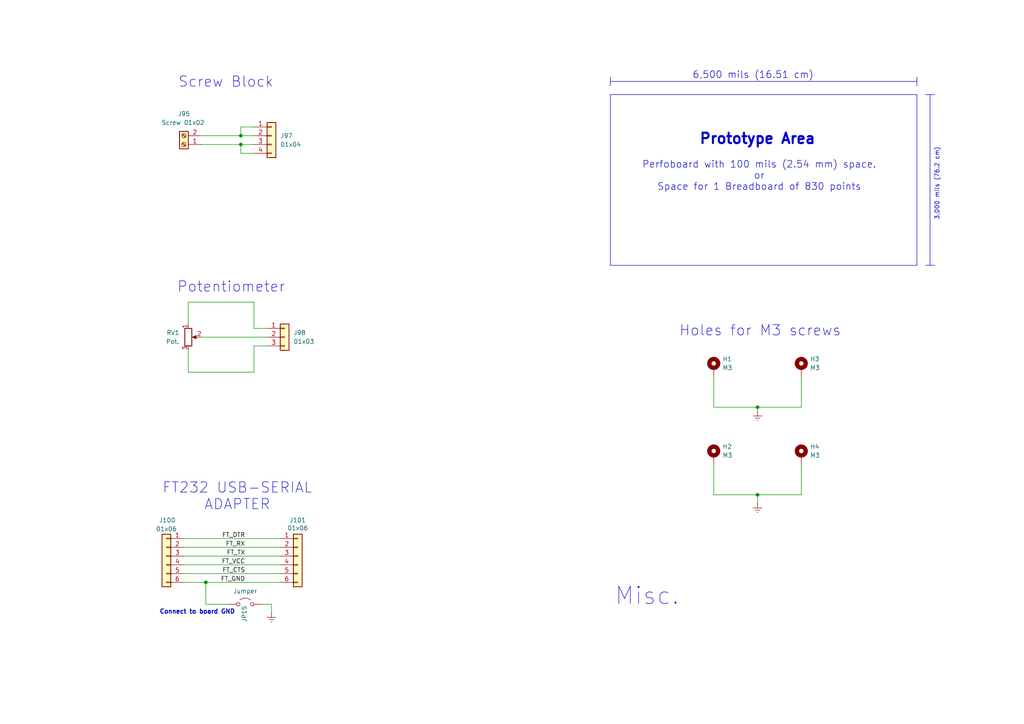
<source format=kicad_sch>
(kicad_sch (version 20231120) (generator "eeschema") (generator_version "8.0")
  (paper "A4")
  (title_block (title "ProtoConn Schematics") (date "2024-12-01") (rev "1") (company "@pakequis"))
  (lib_symbols
    (symbol "Connector:Screw_Terminal_01x02" (pin_names (offset 1.016) hide)
      (property "Reference" "J" (at 0 2.54 0))
      (property "Value" "Screw_Terminal_01x02" (at 0 -5.08 0))
      (symbol "Screw_Terminal_01x02_1_1"
        (rectangle (start -1.27 1.27) (end 1.27 -3.81) (stroke (width 0.254)) (fill (type background)))
        (circle (center 0 -2.54) (radius 0.635) (stroke (width 0.1524)))
        (polyline (pts (xy -0.5334 -2.2098) (xy 0.3302 -3.048)) (stroke (width 0.1524)))
        (polyline (pts (xy -0.5334 0.3302) (xy 0.3302 -0.508)) (stroke (width 0.1524)))
        (polyline (pts (xy -0.3556 -2.032) (xy 0.508 -2.8702)) (stroke (width 0.1524)))
        (polyline (pts (xy -0.3556 0.508) (xy 0.508 -0.3302)) (stroke (width 0.1524)))
        (circle (center 0 0) (radius 0.635) (stroke (width 0.1524)))
        (pin passive line (at -5.08 0 0) (length 3.81) (name "Pin_1") (number "1"))
        (pin passive line (at -5.08 -2.54 0) (length 3.81) (name "Pin_2") (number "2"))
      )
    )
    (symbol "Connector_Generic:Conn_01x03" (pin_names (offset 1.016) hide)
      (property "Reference" "J" (at 0 5.08 0))
      (property "Value" "Conn_01x03" (at 0 -5.08 0))
      (symbol "Conn_01x03_1_1"
        (rectangle (start -1.27 -2.413) (end 0 -2.667) (stroke (width 0.1524)))
        (rectangle (start -1.27 0.127) (end 0 -0.127) (stroke (width 0.1524)))
        (rectangle (start -1.27 2.667) (end 0 2.413) (stroke (width 0.1524)))
        (rectangle (start -1.27 3.81) (end 1.27 -3.81) (stroke (width 0.254)) (fill (type background)))
        (pin passive line (at -5.08 2.54 0) (length 3.81) (name "Pin_1") (number "1"))
        (pin passive line (at -5.08 0 0) (length 3.81) (name "Pin_2") (number "2"))
        (pin passive line (at -5.08 -2.54 0) (length 3.81) (name "Pin_3") (number "3"))
      )
    )
    (symbol "Connector_Generic:Conn_01x04" (pin_names (offset 1.016) hide)
      (property "Reference" "J" (at 0 5.08 0))
      (property "Value" "Conn_01x04" (at 0 -7.62 0))
      (symbol "Conn_01x04_1_1"
        (rectangle (start -1.27 -4.953) (end 0 -5.207) (stroke (width 0.1524)))
        (rectangle (start -1.27 -2.413) (end 0 -2.667) (stroke (width 0.1524)))
        (rectangle (start -1.27 0.127) (end 0 -0.127) (stroke (width 0.1524)))
        (rectangle (start -1.27 2.667) (end 0 2.413) (stroke (width 0.1524)))
        (rectangle (start -1.27 3.81) (end 1.27 -6.35) (stroke (width 0.254)) (fill (type background)))
        (pin passive line (at -5.08 2.54 0) (length 3.81) (name "Pin_1") (number "1"))
        (pin passive line (at -5.08 0 0) (length 3.81) (name "Pin_2") (number "2"))
        (pin passive line (at -5.08 -2.54 0) (length 3.81) (name "Pin_3") (number "3"))
        (pin passive line (at -5.08 -5.08 0) (length 3.81) (name "Pin_4") (number "4"))
      )
    )
    (symbol "Connector_Generic:Conn_01x06" (pin_names (offset 1.016) hide)
      (property "Reference" "J" (at 0 7.62 0))
      (property "Value" "Conn_01x06" (at 0 -10.16 0))
      (symbol "Conn_01x06_1_1"
        (rectangle (start -1.27 -7.493) (end 0 -7.747) (stroke (width 0.1524)))
        (rectangle (start -1.27 -4.953) (end 0 -5.207) (stroke (width 0.1524)))
        (rectangle (start -1.27 -2.413) (end 0 -2.667) (stroke (width 0.1524)))
        (rectangle (start -1.27 0.127) (end 0 -0.127) (stroke (width 0.1524)))
        (rectangle (start -1.27 2.667) (end 0 2.413) (stroke (width 0.1524)))
        (rectangle (start -1.27 5.207) (end 0 4.953) (stroke (width 0.1524)))
        (rectangle (start -1.27 6.35) (end 1.27 -8.89) (stroke (width 0.254)) (fill (type background)))
        (pin passive line (at -5.08 5.08 0) (length 3.81) (name "Pin_1") (number "1"))
        (pin passive line (at -5.08 2.54 0) (length 3.81) (name "Pin_2") (number "2"))
        (pin passive line (at -5.08 0 0) (length 3.81) (name "Pin_3") (number "3"))
        (pin passive line (at -5.08 -2.54 0) (length 3.81) (name "Pin_4") (number "4"))
        (pin passive line (at -5.08 -5.08 0) (length 3.81) (name "Pin_5") (number "5"))
        (pin passive line (at -5.08 -7.62 0) (length 3.81) (name "Pin_6") (number "6"))
      )
    )
    (symbol "Device:R_Potentiometer" (pin_names (offset 1.016) hide)
      (property "Reference" "RV" (at -4.445 0 90))
      (property "Value" "R_Potentiometer" (at -2.54 0 90))
      (symbol "R_Potentiometer_0_1"
        (polyline (pts (xy 2.54 0) (xy 1.524 0)))
        (polyline (pts (xy 1.143 0) (xy 2.286 0.508) (xy 2.286 -0.508) (xy 1.143 0)) (fill (type outline)))
        (rectangle (start 1.016 2.54) (end -1.016 -2.54) (stroke (width 0.254)))
      )
      (symbol "R_Potentiometer_1_1"
        (pin passive line (at 0 3.81 270) (length 1.27) (name "1") (number "1"))
        (pin passive line (at 3.81 0 180) (length 1.27) (name "2") (number "2"))
        (pin passive line (at 0 -3.81 90) (length 1.27) (name "3") (number "3"))
      )
    )
    (symbol "Jumper:Jumper_2_Open" (pin_numbers hide) (pin_names (offset 0) hide) (exclude_from_sim yes)
      (property "Reference" "JP" (at 0 2.794 0))
      (property "Value" "Jumper_2_Open" (at 0 -2.286 0))
      (symbol "Jumper_2_Open_0_0"
        (circle (center -2.032 0) (radius 0.508))
        (circle (center 2.032 0) (radius 0.508))
      )
      (symbol "Jumper_2_Open_0_1"
        (arc (start 1.524 1.27) (mid 0 1.778) (end -1.524 1.27))
      )
      (symbol "Jumper_2_Open_1_1"
        (pin passive line (at -5.08 0 0) (length 2.54) (name "A") (number "1"))
        (pin passive line (at 5.08 0 180) (length 2.54) (name "B") (number "2"))
      )
    )
    (symbol "Mechanical:MountingHole_Pad" (pin_numbers hide) (pin_names (offset 1.016) hide) (exclude_from_sim yes) (in_bom no)
      (property "Reference" "H" (at 0 6.35 0))
      (property "Value" "MountingHole_Pad" (at 0 4.445 0))
      (symbol "MountingHole_Pad_0_1"
        (circle (center 0 1.27) (radius 1.27) (stroke (width 1.27)))
      )
      (symbol "MountingHole_Pad_1_1"
        (pin input line (at 0 -2.54 90) (length 2.54) (name "1") (number "1"))
      )
    )
    (symbol "power:GNDREF" (power) (pin_numbers hide) (pin_names (offset 0) hide)
      (property "Value" "GNDREF" (at 0 -3.81 0))
      (symbol "GNDREF_0_1"
        (polyline (pts (xy -0.635 -1.905) (xy 0.635 -1.905)))
        (polyline (pts (xy -0.127 -2.54) (xy 0.127 -2.54)))
        (polyline (pts (xy 0 -1.27) (xy 0 0)))
        (polyline (pts (xy 1.27 -1.27) (xy -1.27 -1.27)))
      )
      (symbol "GNDREF_1_1"
        (pin power_in line (at 0 0 270) (length 0) (name "~") (number "1"))
      )
    )
  )
  (junction (at 69.85 41.91))
  (junction (at 219.71 143.51))
  (junction (at 59.69 168.91))
  (junction (at 69.85 39.37))
  (junction (at 219.71 118.11))
  (wire (pts (xy 69.85 44.45) (xy 69.85 41.91)))
  (wire (pts (xy 232.41 143.51) (xy 232.41 134.62)))
  (wire (pts (xy 58.42 97.79) (xy 77.47 97.79)))
  (wire (pts (xy 66.04 175.26) (xy 59.69 175.26)))
  (wire (pts (xy 53.34 161.29) (xy 81.28 161.29)))
  (wire (pts (xy 69.85 41.91) (xy 73.66 41.91)))
  (wire (pts (xy 53.34 168.91) (xy 59.69 168.91)))
  (wire (pts (xy 54.61 87.63) (xy 54.61 93.98)))
  (wire (pts (xy 73.66 95.25) (xy 73.66 87.63)))
  (wire (pts (xy 219.71 119.38) (xy 219.71 118.11)))
  (polyline (pts (xy 268.478 76.962) (xy 271.018 76.962)))
  (wire (pts (xy 69.85 36.83) (xy 69.85 39.37)))
  (wire (pts (xy 77.47 95.25) (xy 73.66 95.25)))
  (wire (pts (xy 219.71 146.05) (xy 219.71 143.51)))
  (wire (pts (xy 73.66 100.33) (xy 73.66 107.95)))
  (wire (pts (xy 207.01 143.51) (xy 219.71 143.51)))
  (wire (pts (xy 59.69 175.26) (xy 59.69 168.91)))
  (wire (pts (xy 73.66 44.45) (xy 69.85 44.45)))
  (wire (pts (xy 53.34 158.75) (xy 81.28 158.75)))
  (wire (pts (xy 53.34 156.21) (xy 81.28 156.21)))
  (wire (pts (xy 207.01 109.22) (xy 207.01 118.11)))
  (wire (pts (xy 58.42 39.37) (xy 69.85 39.37)))
  (wire (pts (xy 207.01 118.11) (xy 219.71 118.11)))
  (wire (pts (xy 77.47 100.33) (xy 73.66 100.33)))
  (polyline (pts (xy 177.038 23.622) (xy 265.938 23.622)))
  (polyline (pts (xy 177.038 22.352) (xy 177.038 24.892)))
  (wire (pts (xy 73.66 107.95) (xy 54.61 107.95)))
  (polyline (pts (xy 265.938 22.352) (xy 265.938 24.892)))
  (wire (pts (xy 207.01 134.62) (xy 207.01 143.51)))
  (wire (pts (xy 219.71 118.11) (xy 232.41 118.11)))
  (wire (pts (xy 58.42 41.91) (xy 69.85 41.91)))
  (wire (pts (xy 53.34 166.37) (xy 81.28 166.37)))
  (wire (pts (xy 232.41 118.11) (xy 232.41 109.22)))
  (wire (pts (xy 53.34 163.83) (xy 81.28 163.83)))
  (wire (pts (xy 69.85 39.37) (xy 73.66 39.37)))
  (wire (pts (xy 73.66 36.83) (xy 69.85 36.83)))
  (polyline (pts (xy 269.748 27.432) (xy 269.748 76.962)))
  (wire (pts (xy 78.74 177.8) (xy 78.74 175.26)))
  (wire (pts (xy 59.69 168.91) (xy 81.28 168.91)))
  (wire (pts (xy 54.61 101.6) (xy 54.61 107.95)))
  (wire (pts (xy 78.74 175.26) (xy 76.2 175.26)))
  (polyline (pts (xy 268.478 27.432) (xy 271.018 27.432)))
  (wire (pts (xy 219.71 143.51) (xy 232.41 143.51)))
  (wire (pts (xy 73.66 87.63) (xy 54.61 87.63)))
  (rectangle (start 177.038 27.432) (end 265.938 76.962))
  (text "Connect to board GND" (at 46.228 177.546 0) (effects (font (size 1.27 1.27) (thickness 0.254) (bold yes)) (justify left)))
  (text "6,500 mils (16.51 cm)" (at 218.44 21.844 0) (effects (font (size 2 2))))
  (text "Misc." (at 187.706 172.974 0) (effects (font (size 5 5))))
  (text "Screw Block" (at 65.532 23.876 0) (effects (font (size 3 3))))
  (text "Perfoboard with 100 mils (2.54 mm) space.\nor\nSpace for 1 Breadboard of 830 points" (at 220.218 51.054 0) (effects (font (size 2 2))))
  (text "Holes for M3 screws" (at 220.472 96.012 0) (effects (font (size 3 3))))
  (text "Potentiometer" (at 67.056 83.312 0) (effects (font (size 3 3))))
  (text "Prototype Area" (at 219.71 40.386 0) (effects (font (size 3 3) (thickness 0.6) (bold yes))))
  (text "3,000 mils (76.2 cm)" (at 271.78 53.34 90) (effects (font (size 1.27 1.27))))
  (text "FT232 USB-SERIAL\nADAPTER" (at 68.834 144.018 0) (effects (font (size 3 3))))
  (label "FT_GND" (at 71.12 168.91 180))
  (label "FT_RX" (at 71.12 158.75 180))
  (label "FT_DTR" (at 71.12 156.21 180))
  (label "FT_CTS" (at 71.12 166.37 180))
  (label "FT_TX" (at 71.12 161.29 180))
  (label "FT_VCC" (at 71.12 163.83 180))
  (symbol (lib_id "power:GNDREF") (at 78.74 177.8 0) (mirror y) (unit 1)
    (property "Reference" "#PWR019" (effects (hide yes)))
    (property "Value" "GNDREF" (effects (hide yes)))
    (property "Description" "Power symbol creates a global label with name \"GNDREF\" , reference supply ground" (effects (hide yes)))
  )
  (symbol (lib_id "Device:R_Potentiometer") (at 54.61 97.79 0) (unit 1)
    (property "Reference" "RV1" (at 52.07 96.5199 0) (effects (justify right)))
    (property "Value" "Pot." (at 52.07 99.0599 0) (effects (justify right)))
    (property "Footprint" "Potentiometer_THT:Potentiometer_Alpha_RD901F-40-00D_Single_Vertical" (effects (hide yes)))
    (property "Description" "Potentiometer" (effects (hide yes)))
  )
  (symbol (lib_id "Mechanical:MountingHole_Pad") (at 232.41 106.68 0) (unit 1) (exclude_from_sim yes) (in_bom no)
    (property "Reference" "H3" (at 234.95 104.1399 0) (effects (justify left)))
    (property "Value" "M3" (at 234.95 106.6799 0) (effects (justify left)))
    (property "Footprint" "MountingHole:MountingHole_3.2mm_M3_DIN965_Pad_TopBottom" (effects (hide yes)))
    (property "Description" "Mounting Hole with connection" (effects (hide yes)))
  )
  (symbol (lib_id "power:GNDREF") (at 219.71 119.38 0) (unit 1)
    (property "Reference" "#PWR017" (effects (hide yes)))
    (property "Value" "GNDREF" (effects (hide yes)))
    (property "Description" "Power symbol creates a global label with name \"GNDREF\" , reference supply ground" (effects (hide yes)))
  )
  (symbol (lib_id "Mechanical:MountingHole_Pad") (at 232.41 132.08 0) (unit 1) (exclude_from_sim yes) (in_bom no)
    (property "Reference" "H4" (at 234.95 129.5399 0) (effects (justify left)))
    (property "Value" "M3" (at 234.95 132.0799 0) (effects (justify left)))
    (property "Footprint" "MountingHole:MountingHole_3.2mm_M3_DIN965_Pad_TopBottom" (effects (hide yes)))
    (property "Description" "Mounting Hole with connection" (effects (hide yes)))
  )
  (symbol (lib_id "power:GNDREF") (at 219.71 146.05 0) (unit 1)
    (property "Reference" "#PWR018" (effects (hide yes)))
    (property "Value" "GNDREF" (effects (hide yes)))
    (property "Description" "Power symbol creates a global label with name \"GNDREF\" , reference supply ground" (effects (hide yes)))
  )
  (symbol (lib_id "Connector_Generic:Conn_01x06") (at 48.26 161.29 0) (mirror y) (unit 1)
    (property "Reference" "J100" (at 48.514 150.876 0))
    (property "Value" "01x06" (at 48.26 153.416 0))
    (property "Footprint" "Connector_PinHeader_2.54mm:PinHeader_1x06_P2.54mm_Vertical" (effects (hide yes)))
    (property "Description" "Generic connector, single row, 01x06, script generated (kicad-library-utils/schlib/autogen/connector/)" (effects (hide yes)))
  )
  (symbol (lib_id "Connector_Generic:Conn_01x03") (at 82.55 97.79 0) (unit 1)
    (property "Reference" "J98" (at 85.09 96.5199 0) (effects (justify left)))
    (property "Value" "01x03" (at 85.09 99.0599 0) (effects (justify left)))
    (property "Footprint" "Connector_PinSocket_2.54mm:PinSocket_1x03_P2.54mm_Vertical" (effects (hide yes)))
    (property "Description" "Generic connector, single row, 01x03, script generated (kicad-library-utils/schlib/autogen/connector/)" (effects (hide yes)))
  )
  (symbol (lib_id "Mechanical:MountingHole_Pad") (at 207.01 106.68 0) (unit 1) (exclude_from_sim yes) (in_bom no)
    (property "Reference" "H1" (at 209.55 104.1399 0) (effects (justify left)))
    (property "Value" "M3" (at 209.55 106.6799 0) (effects (justify left)))
    (property "Footprint" "MountingHole:MountingHole_3.2mm_M3_DIN965_Pad_TopBottom" (effects (hide yes)))
    (property "Description" "Mounting Hole with connection" (effects (hide yes)))
  )
  (symbol (lib_id "Jumper:Jumper_2_Open") (at 71.12 175.26 0) (unit 1) (exclude_from_sim yes)
    (property "Reference" "JP15" (at 70.866 178.054 90))
    (property "Value" "Jumper" (at 71.12 171.45 0))
    (property "Footprint" "Connector_PinHeader_2.54mm:PinHeader_1x02_P2.54mm_Vertical" (effects (hide yes)))
    (property "Description" "Jumper, 2-pole, open" (effects (hide yes)))
  )
  (symbol (lib_id "Connector_Generic:Conn_01x04") (at 78.74 39.37 0) (unit 1)
    (property "Reference" "J97" (at 81.28 39.3699 0) (effects (justify left)))
    (property "Value" "01x04" (at 81.28 41.9099 0) (effects (justify left)))
    (property "Footprint" "Connector_PinHeader_2.54mm:PinHeader_1x04_P2.54mm_Vertical" (effects (hide yes)))
    (property "Description" "Generic connector, single row, 01x04, script generated (kicad-library-utils/schlib/autogen/connector/)" (effects (hide yes)))
  )
  (symbol (lib_id "Connector_Generic:Conn_01x06") (at 86.36 161.29 0) (unit 1)
    (property "Reference" "J101" (at 86.36 150.876 0))
    (property "Value" "01x06" (at 86.36 153.162 0))
    (property "Footprint" "Connector_PinHeader_2.54mm:PinHeader_1x06_P2.54mm_Vertical" (effects (hide yes)))
    (property "Description" "Generic connector, single row, 01x06, script generated (kicad-library-utils/schlib/autogen/connector/)" (effects (hide yes)))
  )
  (symbol (lib_id "Mechanical:MountingHole_Pad") (at 207.01 132.08 0) (unit 1) (exclude_from_sim yes) (in_bom no)
    (property "Reference" "H2" (at 209.55 129.5399 0) (effects (justify left)))
    (property "Value" "M3" (at 209.55 132.0799 0) (effects (justify left)))
    (property "Footprint" "MountingHole:MountingHole_3.2mm_M3_DIN965_Pad_TopBottom" (effects (hide yes)))
    (property "Description" "Mounting Hole with connection" (effects (hide yes)))
  )
  (symbol (lib_id "Connector:Screw_Terminal_01x02") (at 53.34 41.91 180) (unit 1)
    (property "Reference" "J95" (at 53.34 33.02 0))
    (property "Value" "Screw 01x02" (at 53.086 35.56 0))
    (property "Footprint" "TerminalBlock:TerminalBlock_bornier-2_P5.08mm" (effects (hide yes)))
    (property "Description" "Generic screw terminal, single row, 01x02, script generated (kicad-library-utils/schlib/autogen/connector/)" (effects (hide yes)))
  )
)
</source>
